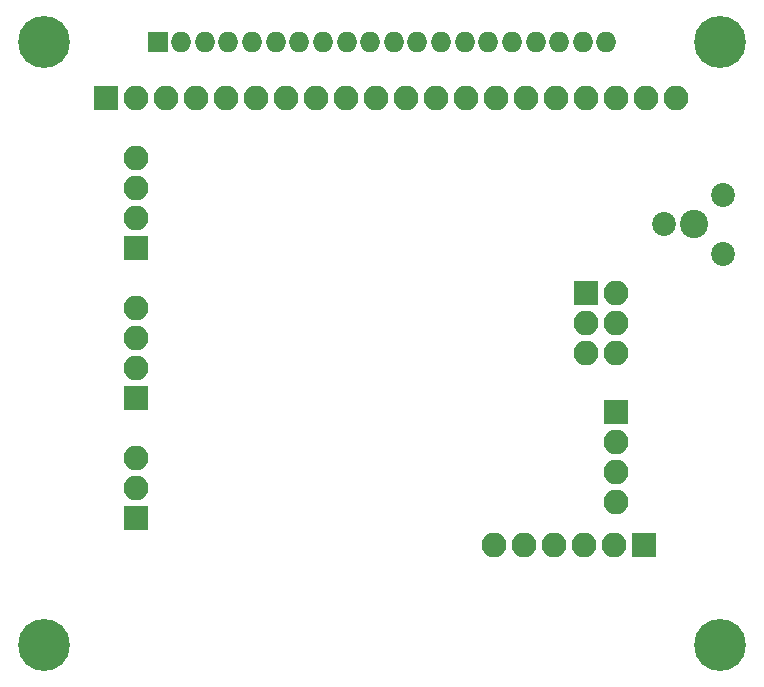
<source format=gbs>
G04 #@! TF.GenerationSoftware,KiCad,Pcbnew,(5.0.0)*
G04 #@! TF.CreationDate,2018-11-19T10:00:08+01:00*
G04 #@! TF.ProjectId,GrafikDisplay_K0108_V2,47726166696B446973706C61795F4B30,rev?*
G04 #@! TF.SameCoordinates,Original*
G04 #@! TF.FileFunction,Soldermask,Bot*
G04 #@! TF.FilePolarity,Negative*
%FSLAX46Y46*%
G04 Gerber Fmt 4.6, Leading zero omitted, Abs format (unit mm)*
G04 Created by KiCad (PCBNEW (5.0.0)) date 11/19/18 10:00:08*
%MOMM*%
%LPD*%
G01*
G04 APERTURE LIST*
%ADD10O,2.100000X2.100000*%
%ADD11R,2.100000X2.100000*%
%ADD12C,4.400000*%
%ADD13O,1.750000X1.750000*%
%ADD14R,1.750000X1.750000*%
%ADD15C,2.400000*%
%ADD16C,2.020000*%
G04 APERTURE END LIST*
D10*
G04 #@! TO.C,X6*
X150801100Y-85906600D03*
X150801100Y-83366600D03*
X150801100Y-80826600D03*
D11*
X150801100Y-78286600D03*
G04 #@! TD*
D10*
G04 #@! TO.C,X2*
X150801100Y-73333600D03*
X148261100Y-73333600D03*
X150801100Y-70793600D03*
X148261100Y-70793600D03*
X150801100Y-68253600D03*
D11*
X148261100Y-68253600D03*
G04 #@! TD*
D10*
G04 #@! TO.C,X3a1*
X140514100Y-89589600D03*
X143054100Y-89589600D03*
X145594100Y-89589600D03*
X148134100Y-89589600D03*
X150674100Y-89589600D03*
D11*
X153214100Y-89589600D03*
G04 #@! TD*
D12*
G04 #@! TO.C,X4*
X159601100Y-98003600D03*
X102401100Y-98003600D03*
X159601100Y-47003600D03*
X102401100Y-47003600D03*
G04 #@! TD*
D13*
G04 #@! TO.C,X4A1*
X150001100Y-47003600D03*
X148001100Y-47003600D03*
X146001100Y-47003600D03*
X144001100Y-47003600D03*
X142001100Y-47003600D03*
X140001100Y-47003600D03*
X138001100Y-47003600D03*
X136001100Y-47003600D03*
X134001100Y-47003600D03*
X132001100Y-47003600D03*
X130001100Y-47003600D03*
X128001100Y-47003600D03*
X126001100Y-47003600D03*
X124001100Y-47003600D03*
X122001100Y-47003600D03*
X120001100Y-47003600D03*
X118001100Y-47003600D03*
X116001100Y-47003600D03*
X114001100Y-47003600D03*
D14*
X112001100Y-47003600D03*
G04 #@! TD*
D10*
G04 #@! TO.C,X4B1*
X155881100Y-51743600D03*
X153341100Y-51743600D03*
X150801100Y-51743600D03*
X148261100Y-51743600D03*
X145721100Y-51743600D03*
X143181100Y-51743600D03*
X140641100Y-51743600D03*
X138101100Y-51743600D03*
X135561100Y-51743600D03*
X133021100Y-51743600D03*
X130481100Y-51743600D03*
X127941100Y-51743600D03*
X125401100Y-51743600D03*
X122861100Y-51743600D03*
X120321100Y-51743600D03*
X117781100Y-51743600D03*
X115241100Y-51743600D03*
X112701100Y-51743600D03*
X110161100Y-51743600D03*
D11*
X107621100Y-51743600D03*
G04 #@! TD*
D15*
G04 #@! TO.C,R2*
X157405100Y-62411600D03*
D16*
X159905100Y-59911600D03*
X154905100Y-62411600D03*
X159905100Y-64911600D03*
G04 #@! TD*
D10*
G04 #@! TO.C,X3*
X110161100Y-69523600D03*
X110161100Y-72063600D03*
X110161100Y-74603600D03*
D11*
X110161100Y-77143600D03*
G04 #@! TD*
D10*
G04 #@! TO.C,X5*
X110161100Y-56823600D03*
X110161100Y-59363600D03*
X110161100Y-61903600D03*
D11*
X110161100Y-64443600D03*
G04 #@! TD*
D10*
G04 #@! TO.C,X1*
X110161100Y-82223600D03*
X110161100Y-84763600D03*
D11*
X110161100Y-87303600D03*
G04 #@! TD*
M02*

</source>
